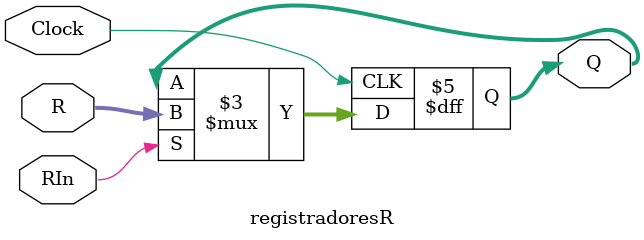
<source format=v>
/*
MODULO REGISTRADORES R
*/

//INICIO DO MODULO registradoresR
module registradoresR(R,RIn,Clock,Q);
	parameter 				n = 16;
	input 		[n-1:0]	R;
	input 					RIn,Clock;
	output reg	[n-1:0]	Q;
	
	initial Q <= 16'b0000000000000000;
	always @(posedge Clock) begin
		if(RIn)
			Q <= R;
	end
	
//FIM DO MODULO registradoresR		
endmodule
</source>
